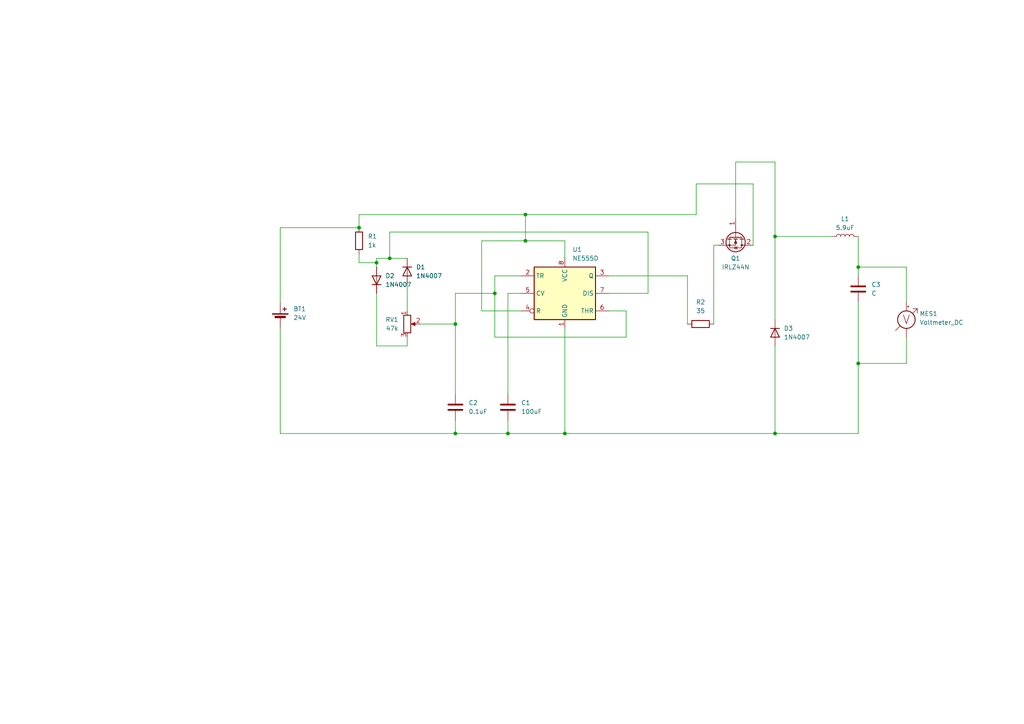
<source format=kicad_sch>
(kicad_sch
	(version 20231120)
	(generator "eeschema")
	(generator_version "8.0")
	(uuid "2fc029ef-4611-4b64-9c26-6a8cde7084c5")
	(paper "A4")
	(lib_symbols
		(symbol "Device:Battery_Cell"
			(pin_numbers hide)
			(pin_names
				(offset 0) hide)
			(exclude_from_sim no)
			(in_bom yes)
			(on_board yes)
			(property "Reference" "BT"
				(at 2.54 2.54 0)
				(effects
					(font
						(size 1.27 1.27)
					)
					(justify left)
				)
			)
			(property "Value" "Battery_Cell"
				(at 2.54 0 0)
				(effects
					(font
						(size 1.27 1.27)
					)
					(justify left)
				)
			)
			(property "Footprint" ""
				(at 0 1.524 90)
				(effects
					(font
						(size 1.27 1.27)
					)
					(hide yes)
				)
			)
			(property "Datasheet" "~"
				(at 0 1.524 90)
				(effects
					(font
						(size 1.27 1.27)
					)
					(hide yes)
				)
			)
			(property "Description" "Single-cell battery"
				(at 0 0 0)
				(effects
					(font
						(size 1.27 1.27)
					)
					(hide yes)
				)
			)
			(property "ki_keywords" "battery cell"
				(at 0 0 0)
				(effects
					(font
						(size 1.27 1.27)
					)
					(hide yes)
				)
			)
			(symbol "Battery_Cell_0_1"
				(rectangle
					(start -2.286 1.778)
					(end 2.286 1.524)
					(stroke
						(width 0)
						(type default)
					)
					(fill
						(type outline)
					)
				)
				(rectangle
					(start -1.524 1.016)
					(end 1.524 0.508)
					(stroke
						(width 0)
						(type default)
					)
					(fill
						(type outline)
					)
				)
				(polyline
					(pts
						(xy 0 0.762) (xy 0 0)
					)
					(stroke
						(width 0)
						(type default)
					)
					(fill
						(type none)
					)
				)
				(polyline
					(pts
						(xy 0 1.778) (xy 0 2.54)
					)
					(stroke
						(width 0)
						(type default)
					)
					(fill
						(type none)
					)
				)
				(polyline
					(pts
						(xy 0.762 3.048) (xy 1.778 3.048)
					)
					(stroke
						(width 0.254)
						(type default)
					)
					(fill
						(type none)
					)
				)
				(polyline
					(pts
						(xy 1.27 3.556) (xy 1.27 2.54)
					)
					(stroke
						(width 0.254)
						(type default)
					)
					(fill
						(type none)
					)
				)
			)
			(symbol "Battery_Cell_1_1"
				(pin passive line
					(at 0 5.08 270)
					(length 2.54)
					(name "+"
						(effects
							(font
								(size 1.27 1.27)
							)
						)
					)
					(number "1"
						(effects
							(font
								(size 1.27 1.27)
							)
						)
					)
				)
				(pin passive line
					(at 0 -2.54 90)
					(length 2.54)
					(name "-"
						(effects
							(font
								(size 1.27 1.27)
							)
						)
					)
					(number "2"
						(effects
							(font
								(size 1.27 1.27)
							)
						)
					)
				)
			)
		)
		(symbol "Device:C"
			(pin_numbers hide)
			(pin_names
				(offset 0.254)
			)
			(exclude_from_sim no)
			(in_bom yes)
			(on_board yes)
			(property "Reference" "C"
				(at 0.635 2.54 0)
				(effects
					(font
						(size 1.27 1.27)
					)
					(justify left)
				)
			)
			(property "Value" "C"
				(at 0.635 -2.54 0)
				(effects
					(font
						(size 1.27 1.27)
					)
					(justify left)
				)
			)
			(property "Footprint" ""
				(at 0.9652 -3.81 0)
				(effects
					(font
						(size 1.27 1.27)
					)
					(hide yes)
				)
			)
			(property "Datasheet" "~"
				(at 0 0 0)
				(effects
					(font
						(size 1.27 1.27)
					)
					(hide yes)
				)
			)
			(property "Description" "Unpolarized capacitor"
				(at 0 0 0)
				(effects
					(font
						(size 1.27 1.27)
					)
					(hide yes)
				)
			)
			(property "ki_keywords" "cap capacitor"
				(at 0 0 0)
				(effects
					(font
						(size 1.27 1.27)
					)
					(hide yes)
				)
			)
			(property "ki_fp_filters" "C_*"
				(at 0 0 0)
				(effects
					(font
						(size 1.27 1.27)
					)
					(hide yes)
				)
			)
			(symbol "C_0_1"
				(polyline
					(pts
						(xy -2.032 -0.762) (xy 2.032 -0.762)
					)
					(stroke
						(width 0.508)
						(type default)
					)
					(fill
						(type none)
					)
				)
				(polyline
					(pts
						(xy -2.032 0.762) (xy 2.032 0.762)
					)
					(stroke
						(width 0.508)
						(type default)
					)
					(fill
						(type none)
					)
				)
			)
			(symbol "C_1_1"
				(pin passive line
					(at 0 3.81 270)
					(length 2.794)
					(name "~"
						(effects
							(font
								(size 1.27 1.27)
							)
						)
					)
					(number "1"
						(effects
							(font
								(size 1.27 1.27)
							)
						)
					)
				)
				(pin passive line
					(at 0 -3.81 90)
					(length 2.794)
					(name "~"
						(effects
							(font
								(size 1.27 1.27)
							)
						)
					)
					(number "2"
						(effects
							(font
								(size 1.27 1.27)
							)
						)
					)
				)
			)
		)
		(symbol "Device:L"
			(pin_numbers hide)
			(pin_names
				(offset 1.016) hide)
			(exclude_from_sim no)
			(in_bom yes)
			(on_board yes)
			(property "Reference" "L"
				(at -1.27 0 90)
				(effects
					(font
						(size 1.27 1.27)
					)
				)
			)
			(property "Value" "L"
				(at 1.905 0 90)
				(effects
					(font
						(size 1.27 1.27)
					)
				)
			)
			(property "Footprint" ""
				(at 0 0 0)
				(effects
					(font
						(size 1.27 1.27)
					)
					(hide yes)
				)
			)
			(property "Datasheet" "~"
				(at 0 0 0)
				(effects
					(font
						(size 1.27 1.27)
					)
					(hide yes)
				)
			)
			(property "Description" "Inductor"
				(at 0 0 0)
				(effects
					(font
						(size 1.27 1.27)
					)
					(hide yes)
				)
			)
			(property "ki_keywords" "inductor choke coil reactor magnetic"
				(at 0 0 0)
				(effects
					(font
						(size 1.27 1.27)
					)
					(hide yes)
				)
			)
			(property "ki_fp_filters" "Choke_* *Coil* Inductor_* L_*"
				(at 0 0 0)
				(effects
					(font
						(size 1.27 1.27)
					)
					(hide yes)
				)
			)
			(symbol "L_0_1"
				(arc
					(start 0 -2.54)
					(mid 0.6323 -1.905)
					(end 0 -1.27)
					(stroke
						(width 0)
						(type default)
					)
					(fill
						(type none)
					)
				)
				(arc
					(start 0 -1.27)
					(mid 0.6323 -0.635)
					(end 0 0)
					(stroke
						(width 0)
						(type default)
					)
					(fill
						(type none)
					)
				)
				(arc
					(start 0 0)
					(mid 0.6323 0.635)
					(end 0 1.27)
					(stroke
						(width 0)
						(type default)
					)
					(fill
						(type none)
					)
				)
				(arc
					(start 0 1.27)
					(mid 0.6323 1.905)
					(end 0 2.54)
					(stroke
						(width 0)
						(type default)
					)
					(fill
						(type none)
					)
				)
			)
			(symbol "L_1_1"
				(pin passive line
					(at 0 3.81 270)
					(length 1.27)
					(name "1"
						(effects
							(font
								(size 1.27 1.27)
							)
						)
					)
					(number "1"
						(effects
							(font
								(size 1.27 1.27)
							)
						)
					)
				)
				(pin passive line
					(at 0 -3.81 90)
					(length 1.27)
					(name "2"
						(effects
							(font
								(size 1.27 1.27)
							)
						)
					)
					(number "2"
						(effects
							(font
								(size 1.27 1.27)
							)
						)
					)
				)
			)
		)
		(symbol "Device:R"
			(pin_numbers hide)
			(pin_names
				(offset 0)
			)
			(exclude_from_sim no)
			(in_bom yes)
			(on_board yes)
			(property "Reference" "R"
				(at 2.032 0 90)
				(effects
					(font
						(size 1.27 1.27)
					)
				)
			)
			(property "Value" "R"
				(at 0 0 90)
				(effects
					(font
						(size 1.27 1.27)
					)
				)
			)
			(property "Footprint" ""
				(at -1.778 0 90)
				(effects
					(font
						(size 1.27 1.27)
					)
					(hide yes)
				)
			)
			(property "Datasheet" "~"
				(at 0 0 0)
				(effects
					(font
						(size 1.27 1.27)
					)
					(hide yes)
				)
			)
			(property "Description" "Resistor"
				(at 0 0 0)
				(effects
					(font
						(size 1.27 1.27)
					)
					(hide yes)
				)
			)
			(property "ki_keywords" "R res resistor"
				(at 0 0 0)
				(effects
					(font
						(size 1.27 1.27)
					)
					(hide yes)
				)
			)
			(property "ki_fp_filters" "R_*"
				(at 0 0 0)
				(effects
					(font
						(size 1.27 1.27)
					)
					(hide yes)
				)
			)
			(symbol "R_0_1"
				(rectangle
					(start -1.016 -2.54)
					(end 1.016 2.54)
					(stroke
						(width 0.254)
						(type default)
					)
					(fill
						(type none)
					)
				)
			)
			(symbol "R_1_1"
				(pin passive line
					(at 0 3.81 270)
					(length 1.27)
					(name "~"
						(effects
							(font
								(size 1.27 1.27)
							)
						)
					)
					(number "1"
						(effects
							(font
								(size 1.27 1.27)
							)
						)
					)
				)
				(pin passive line
					(at 0 -3.81 90)
					(length 1.27)
					(name "~"
						(effects
							(font
								(size 1.27 1.27)
							)
						)
					)
					(number "2"
						(effects
							(font
								(size 1.27 1.27)
							)
						)
					)
				)
			)
		)
		(symbol "Device:R_Potentiometer"
			(pin_names
				(offset 1.016) hide)
			(exclude_from_sim no)
			(in_bom yes)
			(on_board yes)
			(property "Reference" "RV"
				(at -4.445 0 90)
				(effects
					(font
						(size 1.27 1.27)
					)
				)
			)
			(property "Value" "R_Potentiometer"
				(at -2.54 0 90)
				(effects
					(font
						(size 1.27 1.27)
					)
				)
			)
			(property "Footprint" ""
				(at 0 0 0)
				(effects
					(font
						(size 1.27 1.27)
					)
					(hide yes)
				)
			)
			(property "Datasheet" "~"
				(at 0 0 0)
				(effects
					(font
						(size 1.27 1.27)
					)
					(hide yes)
				)
			)
			(property "Description" "Potentiometer"
				(at 0 0 0)
				(effects
					(font
						(size 1.27 1.27)
					)
					(hide yes)
				)
			)
			(property "ki_keywords" "resistor variable"
				(at 0 0 0)
				(effects
					(font
						(size 1.27 1.27)
					)
					(hide yes)
				)
			)
			(property "ki_fp_filters" "Potentiometer*"
				(at 0 0 0)
				(effects
					(font
						(size 1.27 1.27)
					)
					(hide yes)
				)
			)
			(symbol "R_Potentiometer_0_1"
				(polyline
					(pts
						(xy 2.54 0) (xy 1.524 0)
					)
					(stroke
						(width 0)
						(type default)
					)
					(fill
						(type none)
					)
				)
				(polyline
					(pts
						(xy 1.143 0) (xy 2.286 0.508) (xy 2.286 -0.508) (xy 1.143 0)
					)
					(stroke
						(width 0)
						(type default)
					)
					(fill
						(type outline)
					)
				)
				(rectangle
					(start 1.016 2.54)
					(end -1.016 -2.54)
					(stroke
						(width 0.254)
						(type default)
					)
					(fill
						(type none)
					)
				)
			)
			(symbol "R_Potentiometer_1_1"
				(pin passive line
					(at 0 3.81 270)
					(length 1.27)
					(name "1"
						(effects
							(font
								(size 1.27 1.27)
							)
						)
					)
					(number "1"
						(effects
							(font
								(size 1.27 1.27)
							)
						)
					)
				)
				(pin passive line
					(at 3.81 0 180)
					(length 1.27)
					(name "2"
						(effects
							(font
								(size 1.27 1.27)
							)
						)
					)
					(number "2"
						(effects
							(font
								(size 1.27 1.27)
							)
						)
					)
				)
				(pin passive line
					(at 0 -3.81 90)
					(length 1.27)
					(name "3"
						(effects
							(font
								(size 1.27 1.27)
							)
						)
					)
					(number "3"
						(effects
							(font
								(size 1.27 1.27)
							)
						)
					)
				)
			)
		)
		(symbol "Device:Voltmeter_DC"
			(pin_numbers hide)
			(pin_names
				(offset 0.0254) hide)
			(exclude_from_sim no)
			(in_bom yes)
			(on_board yes)
			(property "Reference" "MES"
				(at -3.302 1.016 0)
				(effects
					(font
						(size 1.27 1.27)
					)
					(justify right)
				)
			)
			(property "Value" "Voltmeter_DC"
				(at -3.302 -0.762 0)
				(effects
					(font
						(size 1.27 1.27)
					)
					(justify right)
				)
			)
			(property "Footprint" ""
				(at 0 2.54 90)
				(effects
					(font
						(size 1.27 1.27)
					)
					(hide yes)
				)
			)
			(property "Datasheet" "~"
				(at 0 2.54 90)
				(effects
					(font
						(size 1.27 1.27)
					)
					(hide yes)
				)
			)
			(property "Description" "DC voltmeter"
				(at 0 0 0)
				(effects
					(font
						(size 1.27 1.27)
					)
					(hide yes)
				)
			)
			(property "ki_keywords" "voltmeter DC"
				(at 0 0 0)
				(effects
					(font
						(size 1.27 1.27)
					)
					(hide yes)
				)
			)
			(symbol "Voltmeter_DC_0_0"
				(polyline
					(pts
						(xy -3.175 -3.175) (xy -1.905 -1.905)
					)
					(stroke
						(width 0)
						(type default)
					)
					(fill
						(type none)
					)
				)
				(polyline
					(pts
						(xy 1.905 1.905) (xy 3.175 3.175)
					)
					(stroke
						(width 0)
						(type default)
					)
					(fill
						(type none)
					)
				)
				(polyline
					(pts
						(xy 1.905 3.175) (xy 3.175 3.175) (xy 3.175 1.905)
					)
					(stroke
						(width 0)
						(type default)
					)
					(fill
						(type none)
					)
				)
				(text "V"
					(at 0 0 0)
					(effects
						(font
							(size 2.54 2.54)
						)
					)
				)
			)
			(symbol "Voltmeter_DC_0_1"
				(polyline
					(pts
						(xy 0.254 3.81) (xy 0.762 3.81)
					)
					(stroke
						(width 0)
						(type default)
					)
					(fill
						(type none)
					)
				)
				(polyline
					(pts
						(xy 0.508 4.064) (xy 0.508 3.556)
					)
					(stroke
						(width 0)
						(type default)
					)
					(fill
						(type none)
					)
				)
				(circle
					(center 0 0)
					(radius 2.54)
					(stroke
						(width 0.254)
						(type default)
					)
					(fill
						(type none)
					)
				)
			)
			(symbol "Voltmeter_DC_1_1"
				(pin passive line
					(at 0 -5.08 90)
					(length 2.54)
					(name "-"
						(effects
							(font
								(size 1.27 1.27)
							)
						)
					)
					(number "1"
						(effects
							(font
								(size 1.27 1.27)
							)
						)
					)
				)
				(pin passive line
					(at 0 5.08 270)
					(length 2.54)
					(name "+"
						(effects
							(font
								(size 1.27 1.27)
							)
						)
					)
					(number "2"
						(effects
							(font
								(size 1.27 1.27)
							)
						)
					)
				)
			)
		)
		(symbol "Diode:1N4007"
			(pin_numbers hide)
			(pin_names hide)
			(exclude_from_sim no)
			(in_bom yes)
			(on_board yes)
			(property "Reference" "D"
				(at 0 2.54 0)
				(effects
					(font
						(size 1.27 1.27)
					)
				)
			)
			(property "Value" "1N4007"
				(at 0 -2.54 0)
				(effects
					(font
						(size 1.27 1.27)
					)
				)
			)
			(property "Footprint" "Diode_THT:D_DO-41_SOD81_P10.16mm_Horizontal"
				(at 0 -4.445 0)
				(effects
					(font
						(size 1.27 1.27)
					)
					(hide yes)
				)
			)
			(property "Datasheet" "http://www.vishay.com/docs/88503/1n4001.pdf"
				(at 0 0 0)
				(effects
					(font
						(size 1.27 1.27)
					)
					(hide yes)
				)
			)
			(property "Description" "1000V 1A General Purpose Rectifier Diode, DO-41"
				(at 0 0 0)
				(effects
					(font
						(size 1.27 1.27)
					)
					(hide yes)
				)
			)
			(property "Sim.Device" "D"
				(at 0 0 0)
				(effects
					(font
						(size 1.27 1.27)
					)
					(hide yes)
				)
			)
			(property "Sim.Pins" "1=K 2=A"
				(at 0 0 0)
				(effects
					(font
						(size 1.27 1.27)
					)
					(hide yes)
				)
			)
			(property "ki_keywords" "diode"
				(at 0 0 0)
				(effects
					(font
						(size 1.27 1.27)
					)
					(hide yes)
				)
			)
			(property "ki_fp_filters" "D*DO?41*"
				(at 0 0 0)
				(effects
					(font
						(size 1.27 1.27)
					)
					(hide yes)
				)
			)
			(symbol "1N4007_0_1"
				(polyline
					(pts
						(xy -1.27 1.27) (xy -1.27 -1.27)
					)
					(stroke
						(width 0.254)
						(type default)
					)
					(fill
						(type none)
					)
				)
				(polyline
					(pts
						(xy 1.27 0) (xy -1.27 0)
					)
					(stroke
						(width 0)
						(type default)
					)
					(fill
						(type none)
					)
				)
				(polyline
					(pts
						(xy 1.27 1.27) (xy 1.27 -1.27) (xy -1.27 0) (xy 1.27 1.27)
					)
					(stroke
						(width 0.254)
						(type default)
					)
					(fill
						(type none)
					)
				)
			)
			(symbol "1N4007_1_1"
				(pin passive line
					(at -3.81 0 0)
					(length 2.54)
					(name "K"
						(effects
							(font
								(size 1.27 1.27)
							)
						)
					)
					(number "1"
						(effects
							(font
								(size 1.27 1.27)
							)
						)
					)
				)
				(pin passive line
					(at 3.81 0 180)
					(length 2.54)
					(name "A"
						(effects
							(font
								(size 1.27 1.27)
							)
						)
					)
					(number "2"
						(effects
							(font
								(size 1.27 1.27)
							)
						)
					)
				)
			)
		)
		(symbol "Timer:NE555D"
			(exclude_from_sim no)
			(in_bom yes)
			(on_board yes)
			(property "Reference" "U"
				(at -10.16 8.89 0)
				(effects
					(font
						(size 1.27 1.27)
					)
					(justify left)
				)
			)
			(property "Value" "NE555D"
				(at 2.54 8.89 0)
				(effects
					(font
						(size 1.27 1.27)
					)
					(justify left)
				)
			)
			(property "Footprint" "Package_SO:SOIC-8_3.9x4.9mm_P1.27mm"
				(at 21.59 -10.16 0)
				(effects
					(font
						(size 1.27 1.27)
					)
					(hide yes)
				)
			)
			(property "Datasheet" "http://www.ti.com/lit/ds/symlink/ne555.pdf"
				(at 21.59 -10.16 0)
				(effects
					(font
						(size 1.27 1.27)
					)
					(hide yes)
				)
			)
			(property "Description" "Precision Timers, 555 compatible, SOIC-8"
				(at 0 0 0)
				(effects
					(font
						(size 1.27 1.27)
					)
					(hide yes)
				)
			)
			(property "ki_keywords" "single timer 555"
				(at 0 0 0)
				(effects
					(font
						(size 1.27 1.27)
					)
					(hide yes)
				)
			)
			(property "ki_fp_filters" "SOIC*3.9x4.9mm*P1.27mm*"
				(at 0 0 0)
				(effects
					(font
						(size 1.27 1.27)
					)
					(hide yes)
				)
			)
			(symbol "NE555D_0_0"
				(pin power_in line
					(at 0 -10.16 90)
					(length 2.54)
					(name "GND"
						(effects
							(font
								(size 1.27 1.27)
							)
						)
					)
					(number "1"
						(effects
							(font
								(size 1.27 1.27)
							)
						)
					)
				)
				(pin power_in line
					(at 0 10.16 270)
					(length 2.54)
					(name "VCC"
						(effects
							(font
								(size 1.27 1.27)
							)
						)
					)
					(number "8"
						(effects
							(font
								(size 1.27 1.27)
							)
						)
					)
				)
			)
			(symbol "NE555D_0_1"
				(rectangle
					(start -8.89 -7.62)
					(end 8.89 7.62)
					(stroke
						(width 0.254)
						(type default)
					)
					(fill
						(type background)
					)
				)
				(rectangle
					(start -8.89 -7.62)
					(end 8.89 7.62)
					(stroke
						(width 0.254)
						(type default)
					)
					(fill
						(type background)
					)
				)
			)
			(symbol "NE555D_1_1"
				(pin input line
					(at -12.7 5.08 0)
					(length 3.81)
					(name "TR"
						(effects
							(font
								(size 1.27 1.27)
							)
						)
					)
					(number "2"
						(effects
							(font
								(size 1.27 1.27)
							)
						)
					)
				)
				(pin output line
					(at 12.7 5.08 180)
					(length 3.81)
					(name "Q"
						(effects
							(font
								(size 1.27 1.27)
							)
						)
					)
					(number "3"
						(effects
							(font
								(size 1.27 1.27)
							)
						)
					)
				)
				(pin input inverted
					(at -12.7 -5.08 0)
					(length 3.81)
					(name "R"
						(effects
							(font
								(size 1.27 1.27)
							)
						)
					)
					(number "4"
						(effects
							(font
								(size 1.27 1.27)
							)
						)
					)
				)
				(pin input line
					(at -12.7 0 0)
					(length 3.81)
					(name "CV"
						(effects
							(font
								(size 1.27 1.27)
							)
						)
					)
					(number "5"
						(effects
							(font
								(size 1.27 1.27)
							)
						)
					)
				)
				(pin input line
					(at 12.7 -5.08 180)
					(length 3.81)
					(name "THR"
						(effects
							(font
								(size 1.27 1.27)
							)
						)
					)
					(number "6"
						(effects
							(font
								(size 1.27 1.27)
							)
						)
					)
				)
				(pin input line
					(at 12.7 0 180)
					(length 3.81)
					(name "DIS"
						(effects
							(font
								(size 1.27 1.27)
							)
						)
					)
					(number "7"
						(effects
							(font
								(size 1.27 1.27)
							)
						)
					)
				)
			)
		)
		(symbol "Transistor_FET:IRLZ44N"
			(pin_names hide)
			(exclude_from_sim no)
			(in_bom yes)
			(on_board yes)
			(property "Reference" "Q"
				(at 5.08 1.905 0)
				(effects
					(font
						(size 1.27 1.27)
					)
					(justify left)
				)
			)
			(property "Value" "IRLZ44N"
				(at 5.08 0 0)
				(effects
					(font
						(size 1.27 1.27)
					)
					(justify left)
				)
			)
			(property "Footprint" "Package_TO_SOT_THT:TO-220-3_Vertical"
				(at 5.08 -1.905 0)
				(effects
					(font
						(size 1.27 1.27)
						(italic yes)
					)
					(justify left)
					(hide yes)
				)
			)
			(property "Datasheet" "http://www.irf.com/product-info/datasheets/data/irlz44n.pdf"
				(at 5.08 -3.81 0)
				(effects
					(font
						(size 1.27 1.27)
					)
					(justify left)
					(hide yes)
				)
			)
			(property "Description" "47A Id, 55V Vds, 22mOhm Rds Single N-Channel HEXFET Power MOSFET, TO-220AB"
				(at 0 0 0)
				(effects
					(font
						(size 1.27 1.27)
					)
					(hide yes)
				)
			)
			(property "ki_keywords" "N-Channel HEXFET MOSFET Logic-Level"
				(at 0 0 0)
				(effects
					(font
						(size 1.27 1.27)
					)
					(hide yes)
				)
			)
			(property "ki_fp_filters" "TO?220*"
				(at 0 0 0)
				(effects
					(font
						(size 1.27 1.27)
					)
					(hide yes)
				)
			)
			(symbol "IRLZ44N_0_1"
				(polyline
					(pts
						(xy 0.254 0) (xy -2.54 0)
					)
					(stroke
						(width 0)
						(type default)
					)
					(fill
						(type none)
					)
				)
				(polyline
					(pts
						(xy 0.254 1.905) (xy 0.254 -1.905)
					)
					(stroke
						(width 0.254)
						(type default)
					)
					(fill
						(type none)
					)
				)
				(polyline
					(pts
						(xy 0.762 -1.27) (xy 0.762 -2.286)
					)
					(stroke
						(width 0.254)
						(type default)
					)
					(fill
						(type none)
					)
				)
				(polyline
					(pts
						(xy 0.762 0.508) (xy 0.762 -0.508)
					)
					(stroke
						(width 0.254)
						(type default)
					)
					(fill
						(type none)
					)
				)
				(polyline
					(pts
						(xy 0.762 2.286) (xy 0.762 1.27)
					)
					(stroke
						(width 0.254)
						(type default)
					)
					(fill
						(type none)
					)
				)
				(polyline
					(pts
						(xy 2.54 2.54) (xy 2.54 1.778)
					)
					(stroke
						(width 0)
						(type default)
					)
					(fill
						(type none)
					)
				)
				(polyline
					(pts
						(xy 2.54 -2.54) (xy 2.54 0) (xy 0.762 0)
					)
					(stroke
						(width 0)
						(type default)
					)
					(fill
						(type none)
					)
				)
				(polyline
					(pts
						(xy 0.762 -1.778) (xy 3.302 -1.778) (xy 3.302 1.778) (xy 0.762 1.778)
					)
					(stroke
						(width 0)
						(type default)
					)
					(fill
						(type none)
					)
				)
				(polyline
					(pts
						(xy 1.016 0) (xy 2.032 0.381) (xy 2.032 -0.381) (xy 1.016 0)
					)
					(stroke
						(width 0)
						(type default)
					)
					(fill
						(type outline)
					)
				)
				(polyline
					(pts
						(xy 2.794 0.508) (xy 2.921 0.381) (xy 3.683 0.381) (xy 3.81 0.254)
					)
					(stroke
						(width 0)
						(type default)
					)
					(fill
						(type none)
					)
				)
				(polyline
					(pts
						(xy 3.302 0.381) (xy 2.921 -0.254) (xy 3.683 -0.254) (xy 3.302 0.381)
					)
					(stroke
						(width 0)
						(type default)
					)
					(fill
						(type none)
					)
				)
				(circle
					(center 1.651 0)
					(radius 2.794)
					(stroke
						(width 0.254)
						(type default)
					)
					(fill
						(type none)
					)
				)
				(circle
					(center 2.54 -1.778)
					(radius 0.254)
					(stroke
						(width 0)
						(type default)
					)
					(fill
						(type outline)
					)
				)
				(circle
					(center 2.54 1.778)
					(radius 0.254)
					(stroke
						(width 0)
						(type default)
					)
					(fill
						(type outline)
					)
				)
			)
			(symbol "IRLZ44N_1_1"
				(pin input line
					(at -5.08 0 0)
					(length 2.54)
					(name "G"
						(effects
							(font
								(size 1.27 1.27)
							)
						)
					)
					(number "1"
						(effects
							(font
								(size 1.27 1.27)
							)
						)
					)
				)
				(pin passive line
					(at 2.54 5.08 270)
					(length 2.54)
					(name "D"
						(effects
							(font
								(size 1.27 1.27)
							)
						)
					)
					(number "2"
						(effects
							(font
								(size 1.27 1.27)
							)
						)
					)
				)
				(pin passive line
					(at 2.54 -5.08 90)
					(length 2.54)
					(name "S"
						(effects
							(font
								(size 1.27 1.27)
							)
						)
					)
					(number "3"
						(effects
							(font
								(size 1.27 1.27)
							)
						)
					)
				)
			)
		)
	)
	(junction
		(at 147.32 125.73)
		(diameter 0)
		(color 0 0 0 0)
		(uuid "0478c6de-d82d-4a10-9587-aac815a77fcf")
	)
	(junction
		(at 132.08 125.73)
		(diameter 0)
		(color 0 0 0 0)
		(uuid "06f8a589-acda-4990-be6c-c7a74657e4bf")
	)
	(junction
		(at 104.14 66.04)
		(diameter 0)
		(color 0 0 0 0)
		(uuid "0e8f4c9a-f096-4db7-9dcc-f3f7d238e15b")
	)
	(junction
		(at 248.92 105.41)
		(diameter 0)
		(color 0 0 0 0)
		(uuid "13b4a45e-f6b8-44a2-9682-e7ea947cd408")
	)
	(junction
		(at 132.08 93.98)
		(diameter 0)
		(color 0 0 0 0)
		(uuid "2d9a3e2c-e57f-480c-bddc-c26409991320")
	)
	(junction
		(at 113.03 74.93)
		(diameter 0)
		(color 0 0 0 0)
		(uuid "33393f41-1a44-48cb-8d8c-66c7541f119a")
	)
	(junction
		(at 224.79 68.58)
		(diameter 0)
		(color 0 0 0 0)
		(uuid "5b908697-2571-4989-87e7-ea614cae93a6")
	)
	(junction
		(at 109.22 76.2)
		(diameter 0)
		(color 0 0 0 0)
		(uuid "64739352-caa5-410c-8ddb-0dde20c7eef1")
	)
	(junction
		(at 152.4 69.85)
		(diameter 0)
		(color 0 0 0 0)
		(uuid "a9c89c59-fe66-437d-adcb-bea056eb4799")
	)
	(junction
		(at 224.79 125.73)
		(diameter 0)
		(color 0 0 0 0)
		(uuid "aebed2c8-cb6b-41d5-8798-e024245c2faa")
	)
	(junction
		(at 248.92 77.47)
		(diameter 0)
		(color 0 0 0 0)
		(uuid "b58b6f04-f0da-4d61-b3d8-2aaa9bc846c3")
	)
	(junction
		(at 143.51 85.09)
		(diameter 0)
		(color 0 0 0 0)
		(uuid "d49d8387-d1b3-4ac4-af4d-462127434d03")
	)
	(junction
		(at 163.83 125.73)
		(diameter 0)
		(color 0 0 0 0)
		(uuid "e0d0e637-6cac-434c-a5ac-77551d27fb3a")
	)
	(junction
		(at 152.4 62.23)
		(diameter 0)
		(color 0 0 0 0)
		(uuid "f98c2c35-cafc-4d53-b351-b92293a48696")
	)
	(wire
		(pts
			(xy 81.28 95.25) (xy 81.28 125.73)
		)
		(stroke
			(width 0)
			(type default)
		)
		(uuid "02f16c0f-4264-4aa9-9c2e-f3ffb3e203a2")
	)
	(wire
		(pts
			(xy 213.36 63.5) (xy 213.36 46.99)
		)
		(stroke
			(width 0)
			(type default)
		)
		(uuid "07563ad3-ba07-4d84-a1b4-a03ef562f7f3")
	)
	(wire
		(pts
			(xy 187.96 85.09) (xy 187.96 67.31)
		)
		(stroke
			(width 0)
			(type default)
		)
		(uuid "16f7aaf3-a406-4778-971a-2de8ffcfe5cf")
	)
	(wire
		(pts
			(xy 224.79 100.33) (xy 224.79 125.73)
		)
		(stroke
			(width 0)
			(type default)
		)
		(uuid "174527c0-b506-4108-8b9a-3421eb0d950e")
	)
	(wire
		(pts
			(xy 262.89 77.47) (xy 248.92 77.47)
		)
		(stroke
			(width 0)
			(type default)
		)
		(uuid "17f88fbe-8730-4f5e-8cae-69d1b1383723")
	)
	(wire
		(pts
			(xy 132.08 121.92) (xy 132.08 125.73)
		)
		(stroke
			(width 0)
			(type default)
		)
		(uuid "18689317-a2cc-4814-86a7-b0c3a13681c8")
	)
	(wire
		(pts
			(xy 152.4 62.23) (xy 201.93 62.23)
		)
		(stroke
			(width 0)
			(type default)
		)
		(uuid "1d3312ca-d479-472e-8eaf-fcd134118db5")
	)
	(wire
		(pts
			(xy 109.22 77.47) (xy 109.22 76.2)
		)
		(stroke
			(width 0)
			(type default)
		)
		(uuid "1e5e7d53-90c1-43b8-95c5-fd77ef43c7e4")
	)
	(wire
		(pts
			(xy 176.53 80.01) (xy 199.39 80.01)
		)
		(stroke
			(width 0)
			(type default)
		)
		(uuid "28cd6771-625b-468e-9983-a45779dad13c")
	)
	(wire
		(pts
			(xy 118.11 97.79) (xy 118.11 100.33)
		)
		(stroke
			(width 0)
			(type default)
		)
		(uuid "291cfd58-ddd3-4873-9e4c-0c3c27af5665")
	)
	(wire
		(pts
			(xy 143.51 97.79) (xy 181.61 97.79)
		)
		(stroke
			(width 0)
			(type default)
		)
		(uuid "2b69c2e3-01ac-4c5c-abc7-627ff23ace53")
	)
	(wire
		(pts
			(xy 207.01 93.98) (xy 207.01 71.12)
		)
		(stroke
			(width 0)
			(type default)
		)
		(uuid "2d6a77a5-5fd2-4fd3-a428-a9191f3234ee")
	)
	(wire
		(pts
			(xy 139.7 69.85) (xy 152.4 69.85)
		)
		(stroke
			(width 0)
			(type default)
		)
		(uuid "336e850d-f5c6-4833-940e-48a034d7ec01")
	)
	(wire
		(pts
			(xy 104.14 76.2) (xy 109.22 76.2)
		)
		(stroke
			(width 0)
			(type default)
		)
		(uuid "338f87db-5b7c-4cce-9306-5b05c4436997")
	)
	(wire
		(pts
			(xy 248.92 68.58) (xy 248.92 77.47)
		)
		(stroke
			(width 0)
			(type default)
		)
		(uuid "465402be-595d-4c8d-ac9a-a009d6eda28f")
	)
	(wire
		(pts
			(xy 248.92 125.73) (xy 224.79 125.73)
		)
		(stroke
			(width 0)
			(type default)
		)
		(uuid "491eb97d-3e72-47a8-8c15-540e54afe657")
	)
	(wire
		(pts
			(xy 176.53 85.09) (xy 187.96 85.09)
		)
		(stroke
			(width 0)
			(type default)
		)
		(uuid "4e9a2d2b-502c-4646-8e80-039dcef42290")
	)
	(wire
		(pts
			(xy 113.03 74.93) (xy 118.11 74.93)
		)
		(stroke
			(width 0)
			(type default)
		)
		(uuid "54274105-2e56-499d-bff5-695af46ad383")
	)
	(wire
		(pts
			(xy 151.13 80.01) (xy 143.51 80.01)
		)
		(stroke
			(width 0)
			(type default)
		)
		(uuid "57da2f5e-27e0-4b36-92b7-b7bbc531da27")
	)
	(wire
		(pts
			(xy 81.28 87.63) (xy 81.28 66.04)
		)
		(stroke
			(width 0)
			(type default)
		)
		(uuid "595ce4f4-155f-4d79-b9a4-e879b8e42d44")
	)
	(wire
		(pts
			(xy 81.28 66.04) (xy 104.14 66.04)
		)
		(stroke
			(width 0)
			(type default)
		)
		(uuid "5bd44455-cc2c-408e-96e6-d5746da8ebcd")
	)
	(wire
		(pts
			(xy 248.92 105.41) (xy 248.92 125.73)
		)
		(stroke
			(width 0)
			(type default)
		)
		(uuid "5e4ff7d6-b2a0-40c3-96be-5a3e81ce8614")
	)
	(wire
		(pts
			(xy 143.51 80.01) (xy 143.51 85.09)
		)
		(stroke
			(width 0)
			(type default)
		)
		(uuid "5eae20eb-fed7-4ef5-b22c-994e52e72d42")
	)
	(wire
		(pts
			(xy 152.4 62.23) (xy 152.4 69.85)
		)
		(stroke
			(width 0)
			(type default)
		)
		(uuid "639fbc82-99a9-46cb-aac6-4b816c6d275a")
	)
	(wire
		(pts
			(xy 207.01 71.12) (xy 208.28 71.12)
		)
		(stroke
			(width 0)
			(type default)
		)
		(uuid "6879c05a-c9cf-4a24-b83c-1cf16fe53b0a")
	)
	(wire
		(pts
			(xy 132.08 85.09) (xy 143.51 85.09)
		)
		(stroke
			(width 0)
			(type default)
		)
		(uuid "7bdbe353-7ed0-4a00-9536-647c17bfe5c4")
	)
	(wire
		(pts
			(xy 109.22 85.09) (xy 109.22 100.33)
		)
		(stroke
			(width 0)
			(type default)
		)
		(uuid "806d1e9c-29a1-455f-ab7a-50315f3154d4")
	)
	(wire
		(pts
			(xy 147.32 85.09) (xy 147.32 114.3)
		)
		(stroke
			(width 0)
			(type default)
		)
		(uuid "80a70009-a7ad-4cdd-a1b9-aec0f6ef74ed")
	)
	(wire
		(pts
			(xy 224.79 46.99) (xy 224.79 68.58)
		)
		(stroke
			(width 0)
			(type default)
		)
		(uuid "835a47de-dbbb-45ce-afdb-d69b30760f52")
	)
	(wire
		(pts
			(xy 201.93 53.34) (xy 218.44 53.34)
		)
		(stroke
			(width 0)
			(type default)
		)
		(uuid "83f5b901-b567-4777-96aa-7efdf309d70c")
	)
	(wire
		(pts
			(xy 218.44 53.34) (xy 218.44 71.12)
		)
		(stroke
			(width 0)
			(type default)
		)
		(uuid "86ca6947-71a5-41fb-9610-3a391711630a")
	)
	(wire
		(pts
			(xy 139.7 90.17) (xy 139.7 69.85)
		)
		(stroke
			(width 0)
			(type default)
		)
		(uuid "8d0d67ce-8b41-4800-8b42-8d4281ce16c2")
	)
	(wire
		(pts
			(xy 143.51 85.09) (xy 143.51 97.79)
		)
		(stroke
			(width 0)
			(type default)
		)
		(uuid "8e951386-01ca-48be-b5aa-e5cbc4f9655d")
	)
	(wire
		(pts
			(xy 132.08 93.98) (xy 132.08 85.09)
		)
		(stroke
			(width 0)
			(type default)
		)
		(uuid "92915de6-5408-45bc-9b1f-13d4b273cf68")
	)
	(wire
		(pts
			(xy 163.83 69.85) (xy 163.83 74.93)
		)
		(stroke
			(width 0)
			(type default)
		)
		(uuid "97898239-fd2c-4e8d-99a5-8b1e74bb8629")
	)
	(wire
		(pts
			(xy 224.79 68.58) (xy 241.3 68.58)
		)
		(stroke
			(width 0)
			(type default)
		)
		(uuid "983965f9-96a3-4a1f-87c5-767c9dbdff1d")
	)
	(wire
		(pts
			(xy 248.92 87.63) (xy 248.92 105.41)
		)
		(stroke
			(width 0)
			(type default)
		)
		(uuid "99a83f82-ab4e-4b8e-9fe3-a1c60069d754")
	)
	(wire
		(pts
			(xy 81.28 125.73) (xy 132.08 125.73)
		)
		(stroke
			(width 0)
			(type default)
		)
		(uuid "a19be8ec-7f28-4f44-a978-ac7ddf06f958")
	)
	(wire
		(pts
			(xy 181.61 97.79) (xy 181.61 90.17)
		)
		(stroke
			(width 0)
			(type default)
		)
		(uuid "a28baabc-df26-4ec1-bf54-2cfec94fc7d3")
	)
	(wire
		(pts
			(xy 104.14 62.23) (xy 152.4 62.23)
		)
		(stroke
			(width 0)
			(type default)
		)
		(uuid "a7ceeb27-f18b-4790-9bde-89b495cc965c")
	)
	(wire
		(pts
			(xy 248.92 77.47) (xy 248.92 80.01)
		)
		(stroke
			(width 0)
			(type default)
		)
		(uuid "b6c224d0-7be2-4288-9efd-7467310dd727")
	)
	(wire
		(pts
			(xy 262.89 105.41) (xy 248.92 105.41)
		)
		(stroke
			(width 0)
			(type default)
		)
		(uuid "beaffc9e-77e9-45bc-9b3f-a43da0734cda")
	)
	(wire
		(pts
			(xy 224.79 68.58) (xy 224.79 92.71)
		)
		(stroke
			(width 0)
			(type default)
		)
		(uuid "c3b506fd-321f-4e19-8826-19abcf2d0717")
	)
	(wire
		(pts
			(xy 109.22 74.93) (xy 113.03 74.93)
		)
		(stroke
			(width 0)
			(type default)
		)
		(uuid "c7495dbb-7720-48dc-aaec-2f5cf7bb2c29")
	)
	(wire
		(pts
			(xy 104.14 73.66) (xy 104.14 76.2)
		)
		(stroke
			(width 0)
			(type default)
		)
		(uuid "c7feec7d-5be0-4eb0-aaf7-d03c1440d457")
	)
	(wire
		(pts
			(xy 201.93 62.23) (xy 201.93 53.34)
		)
		(stroke
			(width 0)
			(type default)
		)
		(uuid "cc5496ca-0af7-4c40-8a45-369837cd078d")
	)
	(wire
		(pts
			(xy 262.89 97.79) (xy 262.89 105.41)
		)
		(stroke
			(width 0)
			(type default)
		)
		(uuid "cef733c3-be8f-4e16-ad40-3a36712a58fa")
	)
	(wire
		(pts
			(xy 109.22 76.2) (xy 109.22 74.93)
		)
		(stroke
			(width 0)
			(type default)
		)
		(uuid "cf59cb27-fb33-4ede-b21e-68185d4ab1b5")
	)
	(wire
		(pts
			(xy 224.79 125.73) (xy 163.83 125.73)
		)
		(stroke
			(width 0)
			(type default)
		)
		(uuid "d05e9e0d-c58f-49c2-9862-8ab21b0dda99")
	)
	(wire
		(pts
			(xy 199.39 80.01) (xy 199.39 93.98)
		)
		(stroke
			(width 0)
			(type default)
		)
		(uuid "d15fb72d-2179-4636-a4d7-e96c34f0ee28")
	)
	(wire
		(pts
			(xy 147.32 125.73) (xy 163.83 125.73)
		)
		(stroke
			(width 0)
			(type default)
		)
		(uuid "d681e746-5286-4ed5-bb8d-f23dd56fc4e6")
	)
	(wire
		(pts
			(xy 132.08 125.73) (xy 147.32 125.73)
		)
		(stroke
			(width 0)
			(type default)
		)
		(uuid "d780aea8-4617-402a-8b56-04d8f40d116b")
	)
	(wire
		(pts
			(xy 147.32 121.92) (xy 147.32 125.73)
		)
		(stroke
			(width 0)
			(type default)
		)
		(uuid "db975311-8a9b-415e-a5a6-10cbd4149bdb")
	)
	(wire
		(pts
			(xy 113.03 67.31) (xy 113.03 74.93)
		)
		(stroke
			(width 0)
			(type default)
		)
		(uuid "de53ffe4-5887-4acc-baa3-3e9cc71daa4c")
	)
	(wire
		(pts
			(xy 121.92 93.98) (xy 132.08 93.98)
		)
		(stroke
			(width 0)
			(type default)
		)
		(uuid "df19955c-2c37-4c3c-bcda-2d87439cdd0c")
	)
	(wire
		(pts
			(xy 104.14 62.23) (xy 104.14 66.04)
		)
		(stroke
			(width 0)
			(type default)
		)
		(uuid "dfb990e0-d694-4f4d-87ee-10c1b8a75044")
	)
	(wire
		(pts
			(xy 151.13 90.17) (xy 139.7 90.17)
		)
		(stroke
			(width 0)
			(type default)
		)
		(uuid "dfb9ef5d-9f7e-408b-b3d2-419f39ba6ea9")
	)
	(wire
		(pts
			(xy 152.4 69.85) (xy 163.83 69.85)
		)
		(stroke
			(width 0)
			(type default)
		)
		(uuid "e1e5b274-0541-4ffe-bad4-6d6faa788968")
	)
	(wire
		(pts
			(xy 187.96 67.31) (xy 113.03 67.31)
		)
		(stroke
			(width 0)
			(type default)
		)
		(uuid "e2d8ddbf-d3b6-4f66-bf74-ea637383faaf")
	)
	(wire
		(pts
			(xy 118.11 82.55) (xy 118.11 90.17)
		)
		(stroke
			(width 0)
			(type default)
		)
		(uuid "e44dde46-774f-4158-bedd-881139389b62")
	)
	(wire
		(pts
			(xy 181.61 90.17) (xy 176.53 90.17)
		)
		(stroke
			(width 0)
			(type default)
		)
		(uuid "ec467138-3024-48bb-a33a-920e21edd8ba")
	)
	(wire
		(pts
			(xy 132.08 114.3) (xy 132.08 93.98)
		)
		(stroke
			(width 0)
			(type default)
		)
		(uuid "f4229ca7-979d-4a80-a89f-0c699ffaa46e")
	)
	(wire
		(pts
			(xy 262.89 87.63) (xy 262.89 77.47)
		)
		(stroke
			(width 0)
			(type default)
		)
		(uuid "f64dac3f-327f-4946-833f-b673a02cda75")
	)
	(wire
		(pts
			(xy 118.11 100.33) (xy 109.22 100.33)
		)
		(stroke
			(width 0)
			(type default)
		)
		(uuid "f9831425-98cf-4aec-869d-cfd430b58df4")
	)
	(wire
		(pts
			(xy 163.83 95.25) (xy 163.83 125.73)
		)
		(stroke
			(width 0)
			(type default)
		)
		(uuid "fa165912-674e-4239-b08b-7ee18d253f2f")
	)
	(wire
		(pts
			(xy 213.36 46.99) (xy 224.79 46.99)
		)
		(stroke
			(width 0)
			(type default)
		)
		(uuid "fb4c08fe-f2bb-4c53-8229-07a640de88e6")
	)
	(wire
		(pts
			(xy 151.13 85.09) (xy 147.32 85.09)
		)
		(stroke
			(width 0)
			(type default)
		)
		(uuid "fbe03d71-47be-42ec-b48f-731745677cc7")
	)
	(symbol
		(lib_id "Device:C")
		(at 132.08 118.11 0)
		(unit 1)
		(exclude_from_sim no)
		(in_bom yes)
		(on_board yes)
		(dnp no)
		(fields_autoplaced yes)
		(uuid "2b4cbbbe-54b2-4643-9ba0-ed3d47a27248")
		(property "Reference" "C2"
			(at 135.89 116.8399 0)
			(effects
				(font
					(size 1.27 1.27)
				)
				(justify left)
			)
		)
		(property "Value" "0.1uF"
			(at 135.89 119.3799 0)
			(effects
				(font
					(size 1.27 1.27)
				)
				(justify left)
			)
		)
		(property "Footprint" ""
			(at 133.0452 121.92 0)
			(effects
				(font
					(size 1.27 1.27)
				)
				(hide yes)
			)
		)
		(property "Datasheet" "~"
			(at 132.08 118.11 0)
			(effects
				(font
					(size 1.27 1.27)
				)
				(hide yes)
			)
		)
		(property "Description" "Unpolarized capacitor"
			(at 132.08 118.11 0)
			(effects
				(font
					(size 1.27 1.27)
				)
				(hide yes)
			)
		)
		(pin "1"
			(uuid "98e8b3ed-dd1b-4114-bb1c-f4a40f40542a")
		)
		(pin "2"
			(uuid "86dac1ef-b78e-46ed-92ef-94cf433a6d28")
		)
		(instances
			(project ""
				(path "/2fc029ef-4611-4b64-9c26-6a8cde7084c5"
					(reference "C2")
					(unit 1)
				)
			)
		)
	)
	(symbol
		(lib_id "Device:Battery_Cell")
		(at 81.28 92.71 0)
		(unit 1)
		(exclude_from_sim no)
		(in_bom yes)
		(on_board yes)
		(dnp no)
		(fields_autoplaced yes)
		(uuid "487f4db8-1134-4055-a0c1-3011315acee8")
		(property "Reference" "BT1"
			(at 85.09 89.5984 0)
			(effects
				(font
					(size 1.27 1.27)
				)
				(justify left)
			)
		)
		(property "Value" "24V"
			(at 85.09 92.1384 0)
			(effects
				(font
					(size 1.27 1.27)
				)
				(justify left)
			)
		)
		(property "Footprint" ""
			(at 81.28 91.186 90)
			(effects
				(font
					(size 1.27 1.27)
				)
				(hide yes)
			)
		)
		(property "Datasheet" "~"
			(at 81.28 91.186 90)
			(effects
				(font
					(size 1.27 1.27)
				)
				(hide yes)
			)
		)
		(property "Description" "Single-cell battery"
			(at 81.28 92.71 0)
			(effects
				(font
					(size 1.27 1.27)
				)
				(hide yes)
			)
		)
		(pin "1"
			(uuid "2fd0f33f-c576-40c6-9526-f8f5542e698f")
		)
		(pin "2"
			(uuid "c797c61a-a4fb-4526-b1c7-b5776384f480")
		)
		(instances
			(project ""
				(path "/2fc029ef-4611-4b64-9c26-6a8cde7084c5"
					(reference "BT1")
					(unit 1)
				)
			)
		)
	)
	(symbol
		(lib_id "Diode:1N4007")
		(at 109.22 81.28 90)
		(unit 1)
		(exclude_from_sim no)
		(in_bom yes)
		(on_board yes)
		(dnp no)
		(fields_autoplaced yes)
		(uuid "5ccc7753-3308-4a56-bff8-32a05fa9a60a")
		(property "Reference" "D2"
			(at 111.76 80.0099 90)
			(effects
				(font
					(size 1.27 1.27)
				)
				(justify right)
			)
		)
		(property "Value" "1N4007"
			(at 111.76 82.5499 90)
			(effects
				(font
					(size 1.27 1.27)
				)
				(justify right)
			)
		)
		(property "Footprint" "Diode_THT:D_DO-41_SOD81_P10.16mm_Horizontal"
			(at 113.665 81.28 0)
			(effects
				(font
					(size 1.27 1.27)
				)
				(hide yes)
			)
		)
		(property "Datasheet" "http://www.vishay.com/docs/88503/1n4001.pdf"
			(at 109.22 81.28 0)
			(effects
				(font
					(size 1.27 1.27)
				)
				(hide yes)
			)
		)
		(property "Description" "1000V 1A General Purpose Rectifier Diode, DO-41"
			(at 109.22 81.28 0)
			(effects
				(font
					(size 1.27 1.27)
				)
				(hide yes)
			)
		)
		(property "Sim.Device" "D"
			(at 109.22 81.28 0)
			(effects
				(font
					(size 1.27 1.27)
				)
				(hide yes)
			)
		)
		(property "Sim.Pins" "1=K 2=A"
			(at 109.22 81.28 0)
			(effects
				(font
					(size 1.27 1.27)
				)
				(hide yes)
			)
		)
		(pin "2"
			(uuid "65d562b9-2ec0-42b3-b504-59936eba72ee")
		)
		(pin "1"
			(uuid "52ac3930-d53c-45b1-a685-f4d9989c97f0")
		)
		(instances
			(project ""
				(path "/2fc029ef-4611-4b64-9c26-6a8cde7084c5"
					(reference "D2")
					(unit 1)
				)
			)
		)
	)
	(symbol
		(lib_id "Transistor_FET:IRLZ44N")
		(at 213.36 68.58 270)
		(unit 1)
		(exclude_from_sim no)
		(in_bom yes)
		(on_board yes)
		(dnp no)
		(fields_autoplaced yes)
		(uuid "5d765b30-aebc-4a5f-8319-b7d6bb1dccfe")
		(property "Reference" "Q1"
			(at 213.36 74.93 90)
			(effects
				(font
					(size 1.27 1.27)
				)
			)
		)
		(property "Value" "IRLZ44N"
			(at 213.36 77.47 90)
			(effects
				(font
					(size 1.27 1.27)
				)
			)
		)
		(property "Footprint" "Package_TO_SOT_THT:TO-220-3_Vertical"
			(at 211.455 73.66 0)
			(effects
				(font
					(size 1.27 1.27)
					(italic yes)
				)
				(justify left)
				(hide yes)
			)
		)
		(property "Datasheet" "http://www.irf.com/product-info/datasheets/data/irlz44n.pdf"
			(at 209.55 73.66 0)
			(effects
				(font
					(size 1.27 1.27)
				)
				(justify left)
				(hide yes)
			)
		)
		(property "Description" "47A Id, 55V Vds, 22mOhm Rds Single N-Channel HEXFET Power MOSFET, TO-220AB"
			(at 213.36 68.58 0)
			(effects
				(font
					(size 1.27 1.27)
				)
				(hide yes)
			)
		)
		(pin "2"
			(uuid "74eccc97-5c62-49b6-ba0d-127dc787ff89")
		)
		(pin "3"
			(uuid "86957e71-f9fe-4bc0-9b24-66395f6f13fe")
		)
		(pin "1"
			(uuid "872d1213-6de9-4ead-83f1-097e034817bd")
		)
		(instances
			(project ""
				(path "/2fc029ef-4611-4b64-9c26-6a8cde7084c5"
					(reference "Q1")
					(unit 1)
				)
			)
		)
	)
	(symbol
		(lib_id "Device:C")
		(at 248.92 83.82 0)
		(unit 1)
		(exclude_from_sim no)
		(in_bom yes)
		(on_board yes)
		(dnp no)
		(fields_autoplaced yes)
		(uuid "6630615b-19d0-47d6-84a7-46e7491747ea")
		(property "Reference" "C3"
			(at 252.73 82.5499 0)
			(effects
				(font
					(size 1.27 1.27)
				)
				(justify left)
			)
		)
		(property "Value" "C"
			(at 252.73 85.0899 0)
			(effects
				(font
					(size 1.27 1.27)
				)
				(justify left)
			)
		)
		(property "Footprint" ""
			(at 249.8852 87.63 0)
			(effects
				(font
					(size 1.27 1.27)
				)
				(hide yes)
			)
		)
		(property "Datasheet" "~"
			(at 248.92 83.82 0)
			(effects
				(font
					(size 1.27 1.27)
				)
				(hide yes)
			)
		)
		(property "Description" "Unpolarized capacitor"
			(at 248.92 83.82 0)
			(effects
				(font
					(size 1.27 1.27)
				)
				(hide yes)
			)
		)
		(pin "2"
			(uuid "3376652e-48d7-4fdd-ae03-0e718b9562a3")
		)
		(pin "1"
			(uuid "29635a6c-58a3-4cdb-b583-55e9ac3cd3bc")
		)
		(instances
			(project ""
				(path "/2fc029ef-4611-4b64-9c26-6a8cde7084c5"
					(reference "C3")
					(unit 1)
				)
			)
		)
	)
	(symbol
		(lib_id "Device:R_Potentiometer")
		(at 118.11 93.98 0)
		(unit 1)
		(exclude_from_sim no)
		(in_bom yes)
		(on_board yes)
		(dnp no)
		(fields_autoplaced yes)
		(uuid "7875b471-722f-46cd-97ac-3b3f1402585d")
		(property "Reference" "RV1"
			(at 115.57 92.7099 0)
			(effects
				(font
					(size 1.27 1.27)
				)
				(justify right)
			)
		)
		(property "Value" "47k"
			(at 115.57 95.2499 0)
			(effects
				(font
					(size 1.27 1.27)
				)
				(justify right)
			)
		)
		(property "Footprint" ""
			(at 118.11 93.98 0)
			(effects
				(font
					(size 1.27 1.27)
				)
				(hide yes)
			)
		)
		(property "Datasheet" "~"
			(at 118.11 93.98 0)
			(effects
				(font
					(size 1.27 1.27)
				)
				(hide yes)
			)
		)
		(property "Description" "Potentiometer"
			(at 118.11 93.98 0)
			(effects
				(font
					(size 1.27 1.27)
				)
				(hide yes)
			)
		)
		(pin "1"
			(uuid "3eae05a1-75b4-4f8c-b0fc-e1bc8e0310b2")
		)
		(pin "3"
			(uuid "384f7b5d-39e5-4aa5-a714-bd60c868b859")
		)
		(pin "2"
			(uuid "0c98e441-b355-45ac-b8e6-be55b6bf4514")
		)
		(instances
			(project ""
				(path "/2fc029ef-4611-4b64-9c26-6a8cde7084c5"
					(reference "RV1")
					(unit 1)
				)
			)
		)
	)
	(symbol
		(lib_id "Device:L")
		(at 245.11 68.58 90)
		(unit 1)
		(exclude_from_sim no)
		(in_bom yes)
		(on_board yes)
		(dnp no)
		(fields_autoplaced yes)
		(uuid "9315087f-8815-41c2-ae6b-2bd409616689")
		(property "Reference" "L1"
			(at 245.11 63.5 90)
			(effects
				(font
					(size 1.27 1.27)
				)
			)
		)
		(property "Value" "5.9uF"
			(at 245.11 66.04 90)
			(effects
				(font
					(size 1.27 1.27)
				)
			)
		)
		(property "Footprint" ""
			(at 245.11 68.58 0)
			(effects
				(font
					(size 1.27 1.27)
				)
				(hide yes)
			)
		)
		(property "Datasheet" "~"
			(at 245.11 68.58 0)
			(effects
				(font
					(size 1.27 1.27)
				)
				(hide yes)
			)
		)
		(property "Description" "Inductor"
			(at 245.11 68.58 0)
			(effects
				(font
					(size 1.27 1.27)
				)
				(hide yes)
			)
		)
		(pin "1"
			(uuid "31128eca-7086-42be-9ffb-d04e180d4382")
		)
		(pin "2"
			(uuid "86b8eeb6-4763-41ad-888b-01e1e7414087")
		)
		(instances
			(project ""
				(path "/2fc029ef-4611-4b64-9c26-6a8cde7084c5"
					(reference "L1")
					(unit 1)
				)
			)
		)
	)
	(symbol
		(lib_id "Device:Voltmeter_DC")
		(at 262.89 92.71 0)
		(unit 1)
		(exclude_from_sim no)
		(in_bom yes)
		(on_board yes)
		(dnp no)
		(fields_autoplaced yes)
		(uuid "93a864a5-763b-472f-9e91-6bf2a29645a4")
		(property "Reference" "MES1"
			(at 266.7 90.9954 0)
			(effects
				(font
					(size 1.27 1.27)
				)
				(justify left)
			)
		)
		(property "Value" "Voltmeter_DC"
			(at 266.7 93.5354 0)
			(effects
				(font
					(size 1.27 1.27)
				)
				(justify left)
			)
		)
		(property "Footprint" ""
			(at 262.89 90.17 90)
			(effects
				(font
					(size 1.27 1.27)
				)
				(hide yes)
			)
		)
		(property "Datasheet" "~"
			(at 262.89 90.17 90)
			(effects
				(font
					(size 1.27 1.27)
				)
				(hide yes)
			)
		)
		(property "Description" "DC voltmeter"
			(at 262.89 92.71 0)
			(effects
				(font
					(size 1.27 1.27)
				)
				(hide yes)
			)
		)
		(pin "2"
			(uuid "ddff35db-eb2d-48a4-baa7-e097a85dd528")
		)
		(pin "1"
			(uuid "c36be53b-37ca-4590-a18e-a68a18cb1fb1")
		)
		(instances
			(project ""
				(path "/2fc029ef-4611-4b64-9c26-6a8cde7084c5"
					(reference "MES1")
					(unit 1)
				)
			)
		)
	)
	(symbol
		(lib_id "Diode:1N4007")
		(at 224.79 96.52 270)
		(unit 1)
		(exclude_from_sim no)
		(in_bom yes)
		(on_board yes)
		(dnp no)
		(fields_autoplaced yes)
		(uuid "9cc288c9-aa0a-4877-8f97-ba1d4157ff3b")
		(property "Reference" "D3"
			(at 227.33 95.2499 90)
			(effects
				(font
					(size 1.27 1.27)
				)
				(justify left)
			)
		)
		(property "Value" "1N4007"
			(at 227.33 97.7899 90)
			(effects
				(font
					(size 1.27 1.27)
				)
				(justify left)
			)
		)
		(property "Footprint" "Diode_THT:D_DO-41_SOD81_P10.16mm_Horizontal"
			(at 220.345 96.52 0)
			(effects
				(font
					(size 1.27 1.27)
				)
				(hide yes)
			)
		)
		(property "Datasheet" "http://www.vishay.com/docs/88503/1n4001.pdf"
			(at 224.79 96.52 0)
			(effects
				(font
					(size 1.27 1.27)
				)
				(hide yes)
			)
		)
		(property "Description" "1000V 1A General Purpose Rectifier Diode, DO-41"
			(at 224.79 96.52 0)
			(effects
				(font
					(size 1.27 1.27)
				)
				(hide yes)
			)
		)
		(property "Sim.Device" "D"
			(at 224.79 96.52 0)
			(effects
				(font
					(size 1.27 1.27)
				)
				(hide yes)
			)
		)
		(property "Sim.Pins" "1=K 2=A"
			(at 224.79 96.52 0)
			(effects
				(font
					(size 1.27 1.27)
				)
				(hide yes)
			)
		)
		(pin "2"
			(uuid "9a0f7d46-0820-4e49-9ad2-eeabe7fc6291")
		)
		(pin "1"
			(uuid "95b5061a-2604-4807-bc18-02e4c6aaccd7")
		)
		(instances
			(project ""
				(path "/2fc029ef-4611-4b64-9c26-6a8cde7084c5"
					(reference "D3")
					(unit 1)
				)
			)
		)
	)
	(symbol
		(lib_id "Device:R")
		(at 203.2 93.98 90)
		(unit 1)
		(exclude_from_sim no)
		(in_bom yes)
		(on_board yes)
		(dnp no)
		(fields_autoplaced yes)
		(uuid "ab35df9a-9c5d-4569-b437-b14e0211dedf")
		(property "Reference" "R2"
			(at 203.2 87.63 90)
			(effects
				(font
					(size 1.27 1.27)
				)
			)
		)
		(property "Value" "35"
			(at 203.2 90.17 90)
			(effects
				(font
					(size 1.27 1.27)
				)
			)
		)
		(property "Footprint" ""
			(at 203.2 95.758 90)
			(effects
				(font
					(size 1.27 1.27)
				)
				(hide yes)
			)
		)
		(property "Datasheet" "~"
			(at 203.2 93.98 0)
			(effects
				(font
					(size 1.27 1.27)
				)
				(hide yes)
			)
		)
		(property "Description" "Resistor"
			(at 203.2 93.98 0)
			(effects
				(font
					(size 1.27 1.27)
				)
				(hide yes)
			)
		)
		(pin "2"
			(uuid "76c23846-9726-4829-a052-1e7efaf4032d")
		)
		(pin "1"
			(uuid "93e71acd-080f-4711-9513-2ed7c42ed17d")
		)
		(instances
			(project ""
				(path "/2fc029ef-4611-4b64-9c26-6a8cde7084c5"
					(reference "R2")
					(unit 1)
				)
			)
		)
	)
	(symbol
		(lib_id "Timer:NE555D")
		(at 163.83 85.09 0)
		(unit 1)
		(exclude_from_sim no)
		(in_bom yes)
		(on_board yes)
		(dnp no)
		(fields_autoplaced yes)
		(uuid "d49fe5cf-c405-470f-bedc-ed01562323c0")
		(property "Reference" "U1"
			(at 166.0241 72.39 0)
			(effects
				(font
					(size 1.27 1.27)
				)
				(justify left)
			)
		)
		(property "Value" "NE555D"
			(at 166.0241 74.93 0)
			(effects
				(font
					(size 1.27 1.27)
				)
				(justify left)
			)
		)
		(property "Footprint" "Package_SO:SOIC-8_3.9x4.9mm_P1.27mm"
			(at 185.42 95.25 0)
			(effects
				(font
					(size 1.27 1.27)
				)
				(hide yes)
			)
		)
		(property "Datasheet" "http://www.ti.com/lit/ds/symlink/ne555.pdf"
			(at 185.42 95.25 0)
			(effects
				(font
					(size 1.27 1.27)
				)
				(hide yes)
			)
		)
		(property "Description" "Precision Timers, 555 compatible, SOIC-8"
			(at 163.83 85.09 0)
			(effects
				(font
					(size 1.27 1.27)
				)
				(hide yes)
			)
		)
		(pin "4"
			(uuid "91da59c0-c205-4a78-b36b-ef07a413d5f9")
		)
		(pin "5"
			(uuid "9985bc0d-ab7a-4eb2-8cbb-cdc062871aea")
		)
		(pin "7"
			(uuid "15c64619-687e-42d3-aada-7faa9d65c9eb")
		)
		(pin "3"
			(uuid "2a0b043f-b627-411c-9f44-5222c8a0b9b2")
		)
		(pin "6"
			(uuid "3c1053aa-424c-4647-b880-8dd9134d2655")
		)
		(pin "8"
			(uuid "fff5801f-46c0-4c36-9189-be0006916e10")
		)
		(pin "1"
			(uuid "3b1d7cbf-61f5-4ab0-9a99-0d404444a08d")
		)
		(pin "2"
			(uuid "a7b9e32e-8ad3-4542-a86b-dcb17e526a77")
		)
		(instances
			(project ""
				(path "/2fc029ef-4611-4b64-9c26-6a8cde7084c5"
					(reference "U1")
					(unit 1)
				)
			)
		)
	)
	(symbol
		(lib_id "Device:C")
		(at 147.32 118.11 0)
		(unit 1)
		(exclude_from_sim no)
		(in_bom yes)
		(on_board yes)
		(dnp no)
		(fields_autoplaced yes)
		(uuid "d898a234-3a04-49b0-993e-ca0258624c54")
		(property "Reference" "C1"
			(at 151.13 116.8399 0)
			(effects
				(font
					(size 1.27 1.27)
				)
				(justify left)
			)
		)
		(property "Value" "100uF"
			(at 151.13 119.3799 0)
			(effects
				(font
					(size 1.27 1.27)
				)
				(justify left)
			)
		)
		(property "Footprint" ""
			(at 148.2852 121.92 0)
			(effects
				(font
					(size 1.27 1.27)
				)
				(hide yes)
			)
		)
		(property "Datasheet" "~"
			(at 147.32 118.11 0)
			(effects
				(font
					(size 1.27 1.27)
				)
				(hide yes)
			)
		)
		(property "Description" "Unpolarized capacitor"
			(at 147.32 118.11 0)
			(effects
				(font
					(size 1.27 1.27)
				)
				(hide yes)
			)
		)
		(pin "2"
			(uuid "2b49d762-5fa5-4c04-89b4-97bb3b3def9e")
		)
		(pin "1"
			(uuid "645e3c07-3da8-42c0-bdb2-9ab824f446a2")
		)
		(instances
			(project ""
				(path "/2fc029ef-4611-4b64-9c26-6a8cde7084c5"
					(reference "C1")
					(unit 1)
				)
			)
		)
	)
	(symbol
		(lib_id "Device:R")
		(at 104.14 69.85 0)
		(unit 1)
		(exclude_from_sim no)
		(in_bom yes)
		(on_board yes)
		(dnp no)
		(fields_autoplaced yes)
		(uuid "d9c770b1-5d3b-4ce1-a781-863251c4a3f3")
		(property "Reference" "R1"
			(at 106.68 68.5799 0)
			(effects
				(font
					(size 1.27 1.27)
				)
				(justify left)
			)
		)
		(property "Value" "1k"
			(at 106.68 71.1199 0)
			(effects
				(font
					(size 1.27 1.27)
				)
				(justify left)
			)
		)
		(property "Footprint" ""
			(at 102.362 69.85 90)
			(effects
				(font
					(size 1.27 1.27)
				)
				(hide yes)
			)
		)
		(property "Datasheet" "~"
			(at 104.14 69.85 0)
			(effects
				(font
					(size 1.27 1.27)
				)
				(hide yes)
			)
		)
		(property "Description" "Resistor"
			(at 104.14 69.85 0)
			(effects
				(font
					(size 1.27 1.27)
				)
				(hide yes)
			)
		)
		(pin "1"
			(uuid "be526b2f-84c3-4a75-9daf-3b769cf74d58")
		)
		(pin "2"
			(uuid "0081d69c-e7ab-4329-a53a-8659ce973d82")
		)
		(instances
			(project ""
				(path "/2fc029ef-4611-4b64-9c26-6a8cde7084c5"
					(reference "R1")
					(unit 1)
				)
			)
		)
	)
	(symbol
		(lib_id "Diode:1N4007")
		(at 118.11 78.74 270)
		(unit 1)
		(exclude_from_sim no)
		(in_bom yes)
		(on_board yes)
		(dnp no)
		(fields_autoplaced yes)
		(uuid "ffa40057-f813-426e-9e1a-13119989b1f0")
		(property "Reference" "D1"
			(at 120.65 77.4699 90)
			(effects
				(font
					(size 1.27 1.27)
				)
				(justify left)
			)
		)
		(property "Value" "1N4007"
			(at 120.65 80.0099 90)
			(effects
				(font
					(size 1.27 1.27)
				)
				(justify left)
			)
		)
		(property "Footprint" "Diode_THT:D_DO-41_SOD81_P10.16mm_Horizontal"
			(at 113.665 78.74 0)
			(effects
				(font
					(size 1.27 1.27)
				)
				(hide yes)
			)
		)
		(property "Datasheet" "http://www.vishay.com/docs/88503/1n4001.pdf"
			(at 118.11 78.74 0)
			(effects
				(font
					(size 1.27 1.27)
				)
				(hide yes)
			)
		)
		(property "Description" "1000V 1A General Purpose Rectifier Diode, DO-41"
			(at 118.11 78.74 0)
			(effects
				(font
					(size 1.27 1.27)
				)
				(hide yes)
			)
		)
		(property "Sim.Device" "D"
			(at 118.11 78.74 0)
			(effects
				(font
					(size 1.27 1.27)
				)
				(hide yes)
			)
		)
		(property "Sim.Pins" "1=K 2=A"
			(at 118.11 78.74 0)
			(effects
				(font
					(size 1.27 1.27)
				)
				(hide yes)
			)
		)
		(pin "1"
			(uuid "1a6017f2-15d3-40c0-96f3-d7d359d07c71")
		)
		(pin "2"
			(uuid "4f02fab5-3027-4a40-a3be-4127656f329b")
		)
		(instances
			(project ""
				(path "/2fc029ef-4611-4b64-9c26-6a8cde7084c5"
					(reference "D1")
					(unit 1)
				)
			)
		)
	)
	(sheet_instances
		(path "/"
			(page "1")
		)
	)
)

</source>
